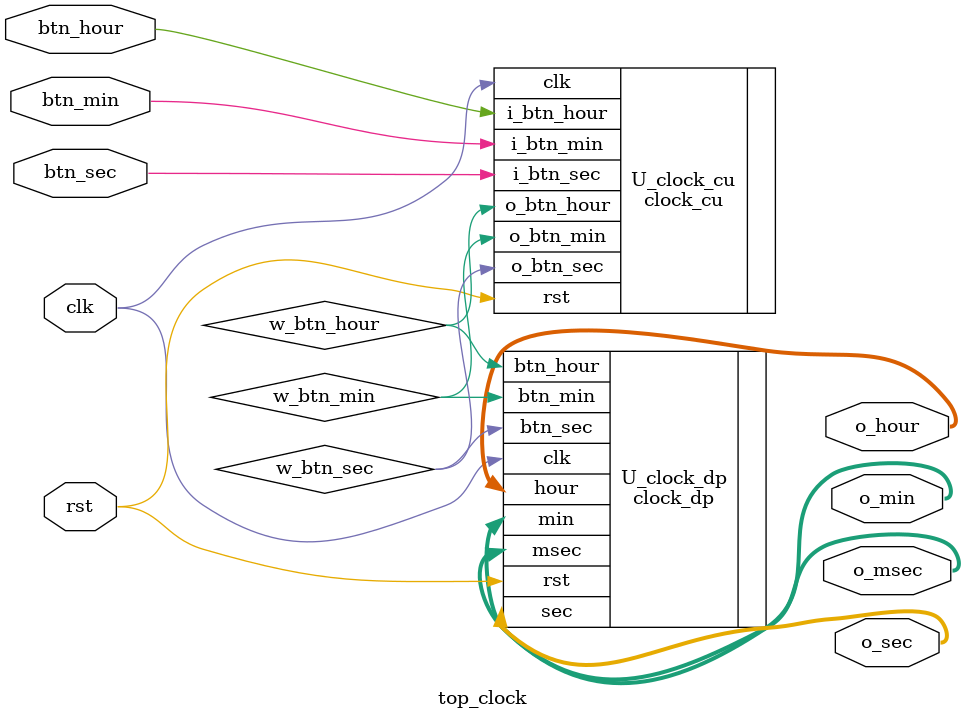
<source format=v>
`timescale 1ns / 1ps


module top_clock(
    input clk,rst,
    input btn_hour,btn_min,btn_sec,
    output [6:0] o_msec,
    output [5:0] o_sec, o_min,
    output [4:0] o_hour
    );

    wire w_btn_hour, w_btn_min, w_btn_sec;



clock_cu U_clock_cu(
    .clk(clk), 
    .rst(rst),
    .i_btn_sec(btn_sec), 
    .i_btn_min(btn_min), 
    .i_btn_hour(btn_hour), 
    .o_btn_sec(w_btn_sec), 
    .o_btn_min(w_btn_min), 
    .o_btn_hour(w_btn_hour)
    );





clock_dp U_clock_dp(
    .clk(clk),
    .rst(rst),
    .btn_hour(w_btn_hour), 
    .btn_min(w_btn_min),
    .btn_sec(w_btn_sec),
    .msec(o_msec),
    .sec(o_sec),
    .min(o_min),
    .hour(o_hour)
);




endmodule

</source>
